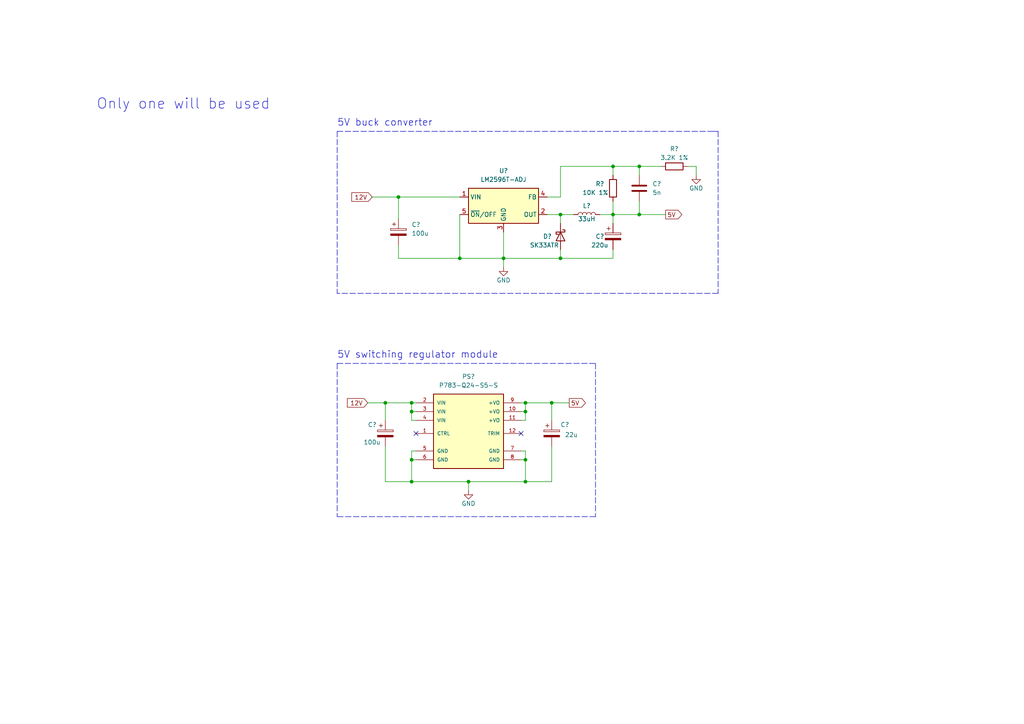
<source format=kicad_sch>
(kicad_sch (version 20211123) (generator eeschema)
  (paper "A4")
  (title_block (comment 3 "Only one will be populated on board") (comment 4 "12 to 5V regulation"))
  (lib_symbols
    (symbol "Device:C" (pin_numbers hide) (pin_names (offset 0.254))
      (property "Reference" "C" (at 0.635 2.54 0))
      (property "Value" "C" (at 0.635 -2.54 0))
      (symbol "C_0_1"
        (polyline (pts (xy -2.032 -0.762) (xy 2.032 -0.762)) (stroke (width 0.508)))
        (polyline (pts (xy -2.032 0.762) (xy 2.032 0.762)) (stroke (width 0.508)))
      )
      (symbol "C_1_1"
        (pin passive line (at 0 3.81 270) (length 2.794) (name "~") (number "1"))
        (pin passive line (at 0 -3.81 90) (length 2.794) (name "~") (number "2"))
      )
    )
    (symbol "Device:C_Polarized" (pin_numbers hide) (pin_names (offset 0.254))
      (property "Reference" "C" (at 0.635 2.54 0))
      (property "Value" "C_Polarized" (at 0.635 -2.54 0))
      (symbol "C_Polarized_0_1"
        (rectangle (start -2.286 0.508) (end 2.286 1.016))
        (polyline (pts (xy -1.778 2.286) (xy -0.762 2.286)))
        (polyline (pts (xy -1.27 2.794) (xy -1.27 1.778)))
        (rectangle (start 2.286 -0.508) (end -2.286 -1.016) (fill (type outline)))
      )
      (symbol "C_Polarized_1_1"
        (pin passive line (at 0 3.81 270) (length 2.794) (name "~") (number "1"))
        (pin passive line (at 0 -3.81 90) (length 2.794) (name "~") (number "2"))
      )
    )
    (symbol "Device:D_Schottky" (pin_numbers hide) (pin_names (offset 1.016) hide)
      (property "Reference" "D" (at 0 2.54 0))
      (property "Value" "D_Schottky" (at 0 -2.54 0))
      (symbol "D_Schottky_0_1"
        (polyline (pts (xy 1.27 0) (xy -1.27 0)))
        (polyline (pts (xy 1.27 1.27) (xy 1.27 -1.27) (xy -1.27 0) (xy 1.27 1.27)) (stroke (width 0.254)))
        (polyline (pts (xy -1.905 0.635) (xy -1.905 1.27) (xy -1.27 1.27) (xy -1.27 -1.27) (xy -0.635 -1.27) (xy -0.635 -0.635)) (stroke (width 0.254)))
      )
      (symbol "D_Schottky_1_1"
        (pin passive line (at -3.81 0 0) (length 2.54) (name "K") (number "1"))
        (pin passive line (at 3.81 0 180) (length 2.54) (name "A") (number "2"))
      )
    )
    (symbol "Device:L" (pin_numbers hide) (pin_names (offset 1.016) hide)
      (property "Reference" "L" (at -1.27 0 90))
      (property "Value" "L" (at 1.905 0 90))
      (symbol "L_0_1"
        (arc (start 0 -2.54) (mid 0.635 -1.905) (end 0 -1.27))
        (arc (start 0 -1.27) (mid 0.635 -0.635) (end 0 0))
        (arc (start 0 0) (mid 0.635 0.635) (end 0 1.27))
        (arc (start 0 1.27) (mid 0.635 1.905) (end 0 2.54))
      )
      (symbol "L_1_1"
        (pin passive line (at 0 3.81 270) (length 1.27) (name "1") (number "1"))
        (pin passive line (at 0 -3.81 90) (length 1.27) (name "2") (number "2"))
      )
    )
    (symbol "Device:R" (pin_numbers hide) (pin_names (offset 0))
      (property "Reference" "R" (at 2.032 0 90))
      (property "Value" "R" (at 0 0 90))
      (symbol "R_0_1"
        (rectangle (start -1.016 -2.54) (end 1.016 2.54) (stroke (width 0.254)))
      )
      (symbol "R_1_1"
        (pin passive line (at 0 3.81 270) (length 1.27) (name "~") (number "1"))
        (pin passive line (at 0 -3.81 90) (length 1.27) (name "~") (number "2"))
      )
    )
    (symbol "Regulator_Switching:LM2596T-ADJ"
      (property "Reference" "U" (at -10.16 6.35 0))
      (property "Value" "LM2596T-ADJ" (at 0 6.35 0))
      (symbol "LM2596T-ADJ_0_1"
        (rectangle (start -10.16 5.08) (end 10.16 -5.08) (stroke (width 0.254)) (fill (type background)))
      )
      (symbol "LM2596T-ADJ_1_1"
        (pin power_in line (at -12.7 2.54 0) (length 2.54) (name "VIN") (number "1"))
        (pin output line (at 12.7 -2.54 180) (length 2.54) (name "OUT") (number "2"))
        (pin power_in line (at 0 -7.62 90) (length 2.54) (name "GND") (number "3"))
        (pin input line (at 12.7 2.54 180) (length 2.54) (name "FB") (number "4"))
        (pin input line (at -12.7 -2.54 0) (length 2.54) (name "~{ON}/OFF") (number "5"))
      )
    )
    (symbol "custom:P783-Q24-S5-S" (pin_names (offset 1.016))
      (property "Reference" "PS" (at -1.27 12.7 0))
      (property "Value" "P783-Q24-S5-S" (at -8.89 -12.7 0))
      (symbol "P783-Q24-S5-S_0_0"
        (rectangle (start -10.16 11.43) (end 10.16 -10.16) (stroke (width 0.254)) (fill (type background)))
        (pin input line (at -15.24 0 0) (length 5.08) (name "CTRL") (number "1"))
        (pin output line (at 15.24 6.35 180) (length 5.08) (name "+VO") (number "10"))
        (pin output line (at 15.24 3.81 180) (length 5.08) (name "+VO") (number "11"))
        (pin passive line (at 15.24 0 180) (length 5.08) (name "TRIM") (number "12"))
        (pin input line (at -15.24 8.89 0) (length 5.08) (name "VIN") (number "2"))
        (pin input line (at -15.24 6.35 0) (length 5.08) (name "VIN") (number "3"))
        (pin input line (at -15.24 3.81 0) (length 5.08) (name "VIN") (number "4"))
        (pin power_in line (at -15.24 -5.08 0) (length 5.08) (name "GND") (number "5"))
        (pin power_in line (at -15.24 -7.62 0) (length 5.08) (name "GND") (number "6"))
        (pin power_in line (at 15.24 -5.08 180) (length 5.08) (name "GND") (number "7"))
        (pin power_in line (at 15.24 -7.62 180) (length 5.08) (name "GND") (number "8"))
        (pin output line (at 15.24 8.89 180) (length 5.08) (name "+VO") (number "9"))
      )
    )
    (symbol "power:GND" (power) (pin_names (offset 0))
      (property "Value" "GND" (at 0 -3.81 0))
      (symbol "GND_0_1"
        (polyline (pts (xy 0 0) (xy 0 -1.27) (xy 1.27 -1.27) (xy 0 -2.54) (xy -1.27 -1.27) (xy 0 -1.27)))
      )
      (symbol "GND_1_1"
        (pin power_in line (at 0 0 270) (length 0) hide (name "GND") (number "1"))
      )
    )
  )
  (junction (at 152.4 133.35))
  (junction (at 146.05 74.93))
  (junction (at 133.35 74.93))
  (junction (at 115.57 57.15))
  (junction (at 152.4 116.84))
  (junction (at 162.56 74.93))
  (junction (at 135.89 139.7))
  (junction (at 162.56 62.23))
  (junction (at 119.38 116.84))
  (junction (at 160.02 116.84))
  (junction (at 119.38 119.38))
  (junction (at 185.42 62.23))
  (junction (at 152.4 119.38))
  (junction (at 119.38 139.7))
  (junction (at 177.8 48.26))
  (junction (at 185.42 48.26))
  (junction (at 152.4 139.7))
  (junction (at 119.38 133.35))
  (junction (at 177.8 62.23))
  (junction (at 111.76 116.84))
  (no_connect (at 120.65 125.73))
  (no_connect (at 151.13 125.73))
  (wire (pts (xy 133.35 74.93) (xy 146.05 74.93)))
  (wire (pts (xy 106.68 116.84) (xy 111.76 116.84)))
  (wire (pts (xy 162.56 62.23) (xy 166.37 62.23)))
  (wire (pts (xy 185.42 62.23) (xy 177.8 62.23)))
  (wire (pts (xy 115.57 74.93) (xy 133.35 74.93)))
  (wire (pts (xy 107.95 57.15) (xy 115.57 57.15)))
  (polyline (pts (xy 208.28 38.1) (xy 208.28 85.09)))
  (wire (pts (xy 151.13 130.81) (xy 152.4 130.81)))
  (wire (pts (xy 177.8 58.42) (xy 177.8 62.23)))
  (wire (pts (xy 151.13 116.84) (xy 152.4 116.84)))
  (wire (pts (xy 177.8 50.8) (xy 177.8 48.26)))
  (wire (pts (xy 135.89 139.7) (xy 135.89 142.24)))
  (wire (pts (xy 162.56 74.93) (xy 177.8 74.93)))
  (wire (pts (xy 146.05 74.93) (xy 146.05 77.47)))
  (polyline (pts (xy 172.72 149.86) (xy 97.79 149.86)))
  (wire (pts (xy 162.56 62.23) (xy 162.56 64.77)))
  (wire (pts (xy 152.4 133.35) (xy 152.4 139.7)))
  (wire (pts (xy 151.13 133.35) (xy 152.4 133.35)))
  (wire (pts (xy 162.56 57.15) (xy 162.56 48.26)))
  (wire (pts (xy 177.8 72.39) (xy 177.8 74.93)))
  (wire (pts (xy 160.02 116.84) (xy 165.1 116.84)))
  (wire (pts (xy 160.02 139.7) (xy 152.4 139.7)))
  (wire (pts (xy 177.8 62.23) (xy 177.8 64.77)))
  (wire (pts (xy 111.76 139.7) (xy 119.38 139.7)))
  (wire (pts (xy 152.4 119.38) (xy 152.4 116.84)))
  (wire (pts (xy 162.56 48.26) (xy 177.8 48.26)))
  (polyline (pts (xy 97.79 105.41) (xy 172.72 105.41)))
  (wire (pts (xy 185.42 58.42) (xy 185.42 62.23)))
  (wire (pts (xy 115.57 71.12) (xy 115.57 74.93)))
  (wire (pts (xy 133.35 57.15) (xy 115.57 57.15)))
  (wire (pts (xy 185.42 48.26) (xy 177.8 48.26)))
  (wire (pts (xy 152.4 121.92) (xy 152.4 119.38)))
  (wire (pts (xy 185.42 50.8) (xy 185.42 48.26)))
  (wire (pts (xy 111.76 129.54) (xy 111.76 139.7)))
  (polyline (pts (xy 97.79 38.1) (xy 207.01 38.1)))
  (wire (pts (xy 146.05 74.93) (xy 162.56 74.93)))
  (wire (pts (xy 115.57 57.15) (xy 115.57 63.5)))
  (polyline (pts (xy 172.72 105.41) (xy 172.72 149.86)))
  (wire (pts (xy 119.38 121.92) (xy 119.38 119.38)))
  (wire (pts (xy 158.75 62.23) (xy 162.56 62.23)))
  (wire (pts (xy 119.38 119.38) (xy 119.38 116.84)))
  (wire (pts (xy 120.65 133.35) (xy 119.38 133.35)))
  (polyline (pts (xy 97.79 38.1) (xy 97.79 85.09)))
  (polyline (pts (xy 208.28 85.09) (xy 97.79 85.09)))
  (wire (pts (xy 201.93 50.8) (xy 201.93 48.26)))
  (wire (pts (xy 173.99 62.23) (xy 177.8 62.23)))
  (wire (pts (xy 162.56 72.39) (xy 162.56 74.93)))
  (wire (pts (xy 120.65 119.38) (xy 119.38 119.38)))
  (wire (pts (xy 111.76 116.84) (xy 119.38 116.84)))
  (wire (pts (xy 160.02 129.54) (xy 160.02 139.7)))
  (wire (pts (xy 185.42 62.23) (xy 193.04 62.23)))
  (wire (pts (xy 120.65 130.81) (xy 119.38 130.81)))
  (polyline (pts (xy 208.28 38.1) (xy 207.01 38.1)))
  (wire (pts (xy 151.13 121.92) (xy 152.4 121.92)))
  (wire (pts (xy 119.38 130.81) (xy 119.38 133.35)))
  (polyline (pts (xy 97.79 105.41) (xy 97.79 149.86)))
  (wire (pts (xy 201.93 48.26) (xy 199.39 48.26)))
  (wire (pts (xy 152.4 116.84) (xy 160.02 116.84)))
  (wire (pts (xy 120.65 121.92) (xy 119.38 121.92)))
  (wire (pts (xy 119.38 133.35) (xy 119.38 139.7)))
  (wire (pts (xy 152.4 130.81) (xy 152.4 133.35)))
  (wire (pts (xy 146.05 67.31) (xy 146.05 74.93)))
  (wire (pts (xy 152.4 139.7) (xy 135.89 139.7)))
  (wire (pts (xy 158.75 57.15) (xy 162.56 57.15)))
  (wire (pts (xy 185.42 48.26) (xy 191.77 48.26)))
  (wire (pts (xy 119.38 139.7) (xy 135.89 139.7)))
  (wire (pts (xy 151.13 119.38) (xy 152.4 119.38)))
  (wire (pts (xy 133.35 62.23) (xy 133.35 74.93)))
  (wire (pts (xy 160.02 116.84) (xy 160.02 121.92)))
  (wire (pts (xy 111.76 116.84) (xy 111.76 121.92)))
  (wire (pts (xy 119.38 116.84) (xy 120.65 116.84)))
  (text "5V switching regulator module\n" (at 97.79 104.14 0) (effects (font (size 2 2)) (justify left bottom)))
  (text "Only one will be used\n\n" (at 27.94 36.83 0) (effects (font (size 3 3)) (justify left bottom)))
  (text "5V buck converter" (at 97.79 36.83 0) (effects (font (size 2 2)) (justify left bottom)))
  (global_label "12V" (shape input) (at 106.68 116.84 180) (property "Intersheet References" "${INTERSHEET_REFS}" (effects hide)))
  (global_label "5V" (shape output) (at 193.04 62.23 0) (property "Intersheet References" "${INTERSHEET_REFS}" (effects hide)))
  (global_label "12V" (shape input) (at 107.95 57.15 180) (property "Intersheet References" "${INTERSHEET_REFS}" (effects hide)))
  (global_label "5V" (shape output) (at 165.1 116.84 0) (property "Intersheet References" "${INTERSHEET_REFS}" (effects hide)))
  (symbol (lib_id "Device:C_Polarized") (at 160.02 125.73 0) (unit 1)
    (property "Reference" "C?" (at 162.56 123.19 0) (effects (justify left)))
    (property "Value" "22u" (at 163.83 126.1109 0) (effects (justify left)))
  )
  (symbol (lib_id "power:GND") (at 146.05 77.47 0) (unit 1)
    (property "Reference" "#PWR?" (effects hide))
    (property "Value" "GND" (at 146.05 81.28 0))
  )
  (symbol (lib_id "power:GND") (at 201.93 50.8 0) (unit 1)
    (property "Reference" "#PWR?" (effects hide))
    (property "Value" "GND" (at 201.93 54.61 0))
  )
  (symbol (lib_id "Device:C_Polarized") (at 115.57 67.31 0) (unit 1)
    (property "Reference" "C?" (at 119.38 65.1509 0) (effects (justify left)))
    (property "Value" "100u" (at 119.38 67.6909 0) (effects (justify left)))
  )
  (symbol (lib_id "Device:C") (at 185.42 54.61 0) (unit 1)
    (property "Reference" "C?" (at 189.23 53.3399 0) (effects (justify left)))
    (property "Value" "5n" (at 189.23 55.8799 0) (effects (justify left)))
  )
  (symbol (lib_id "Device:L") (at 170.18 62.23 90) (unit 1)
    (property "Reference" "L?" (at 170.18 59.69 90))
    (property "Value" "33uH" (at 170.18 63.5 90))
  )
  (symbol (lib_id "Device:R") (at 177.8 54.61 0) (unit 1)
    (property "Reference" "R?" (at 172.72 53.34 0) (effects (justify left)))
    (property "Value" "10K 1%" (at 168.91 55.88 0) (effects (justify left)))
  )
  (symbol (lib_id "custom:P783-Q24-S5-S") (at 135.89 125.73 0) (unit 1)
    (property "Reference" "PS?" (at 135.89 109.22 0))
    (property "Value" "P783-Q24-S5-S" (at 135.89 111.76 0))
    (property "Footprint" "CONV_P783-Q24-S5-S" (effects hide))
    (property "MAXIMUM_PACKAGE_HEIGHT" "15.35 mm" (effects hide))
    (property "MANUFACTURER" "CUI INC." (effects hide))
    (property "PARTREV" "1.0" (effects hide))
    (property "STANDARD" "Manufacturer Recommendations" (effects hide))
  )
  (symbol (lib_id "power:GND") (at 135.89 142.24 0) (unit 1)
    (property "Reference" "#PWR?" (effects hide))
    (property "Value" "GND" (at 135.89 146.05 0))
  )
  (symbol (lib_id "Device:D_Schottky") (at 162.56 68.58 270) (unit 1)
    (property "Reference" "D?" (at 157.48 68.58 90) (effects (justify left)))
    (property "Value" "SK33ATR" (at 153.67 71.12 90) (effects (justify left)))
  )
  (symbol (lib_id "Device:C_Polarized") (at 177.8 68.58 0) (unit 1)
    (property "Reference" "C?" (at 172.72 68.58 0) (effects (justify left)))
    (property "Value" "220u" (at 171.45 71.12 0) (effects (justify left)))
  )
  (symbol (lib_id "Regulator_Switching:LM2596T-ADJ") (at 146.05 59.69 0) (unit 1)
    (property "Reference" "U?" (at 146.05 49.53 0))
    (property "Value" "LM2596T-ADJ" (at 146.05 52.07 0))
    (property "Footprint" "Package_TO_SOT_THT:TO-220-5_P3.4x3.7mm_StaggerOdd_Lead3.8mm_Vertical" (effects hide))
    (property "Datasheet" "http://www.ti.com/lit/ds/symlink/lm2596.pdf" (effects hide))
  )
  (symbol (lib_id "Device:C_Polarized") (at 111.76 125.73 0) (unit 1)
    (property "Reference" "C?" (at 106.68 123.19 0) (effects (justify left)))
    (property "Value" "100u" (at 105.41 128.27 0) (effects (justify left)))
  )
  (symbol (lib_id "Device:R") (at 195.58 48.26 90) (unit 1)
    (property "Reference" "R?" (at 195.58 43.18 90))
    (property "Value" "3.2K 1%" (at 195.58 45.72 90))
  )
)
</source>
